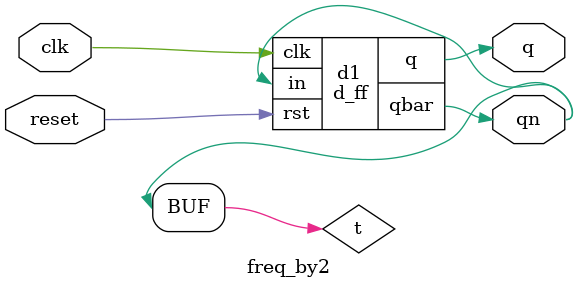
<source format=v>
module d_ff(
    input in,
    input clk,
    input rst,
    output reg q,
	 output qbar
    ); 
	 assign qbar=~q;
	always@(posedge clk, posedge rst)
	begin
		if(rst)
			q<= 0;
		else 
			q <=in;
		end
endmodule

module freq_by2(
    input clk,reset,
	 output q,qn
	 );

	wire t;
	d_ff d1(t,clk,reset,q,qn);
	assign t = qn;
	
endmodule
</source>
